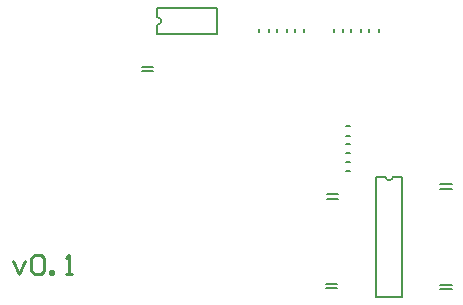
<source format=gto>
G04 Layer_Color=65535*
%FSLAX24Y24*%
%MOIN*%
G70*
G01*
G75*
%ADD27C,0.0079*%
%ADD28C,0.0050*%
%ADD29C,0.0098*%
D27*
X6285Y9521D02*
G03*
X6285Y9771I0J125D01*
G01*
X13891Y4463D02*
G03*
X14141Y4463I125J0D01*
G01*
X6285Y9207D02*
Y9521D01*
Y9207D02*
X8285D01*
X6285Y9771D02*
Y10085D01*
X8285D01*
Y9207D02*
Y10085D01*
X13587Y463D02*
X14445D01*
X13587D02*
Y4463D01*
X13891D01*
X14445Y463D02*
Y4463D01*
X14141D02*
X14445D01*
D28*
X10864Y9271D02*
Y9391D01*
X11184Y9271D02*
Y9391D01*
X10273Y9271D02*
Y9391D01*
X10593Y9271D02*
Y9391D01*
X9683Y9271D02*
Y9391D01*
X10003Y9271D02*
Y9391D01*
X13344Y9271D02*
Y9391D01*
X13664Y9271D02*
Y9391D01*
X12753Y9271D02*
Y9391D01*
X13073Y9271D02*
Y9391D01*
X12163Y9271D02*
Y9391D01*
X12483Y9271D02*
Y9391D01*
X5757Y7981D02*
X6132D01*
X5757Y8121D02*
X6132D01*
X11939Y3869D02*
X12313D01*
X11939Y3729D02*
X12313D01*
X11899Y897D02*
X12274D01*
X11899Y757D02*
X12274D01*
X15718Y4204D02*
X16093D01*
X15718Y4064D02*
X16093D01*
X15718Y857D02*
X16093D01*
X15718Y717D02*
X16093D01*
X12578Y4643D02*
X12698D01*
X12578Y4963D02*
X12698D01*
X12578Y5234D02*
X12698D01*
X12578Y5554D02*
X12698D01*
X12578Y5824D02*
X12698D01*
X12578Y6144D02*
X12698D01*
D29*
X1457Y1640D02*
X1667Y1220D01*
X1876Y1640D01*
X2086Y1745D02*
X2191Y1850D01*
X2401D01*
X2506Y1745D01*
Y1325D01*
X2401Y1220D01*
X2191D01*
X2086Y1325D01*
Y1745D01*
X2716Y1220D02*
Y1325D01*
X2821D01*
Y1220D01*
X2716D01*
X3241D02*
X3451D01*
X3346D01*
Y1850D01*
X3241Y1745D01*
M02*

</source>
